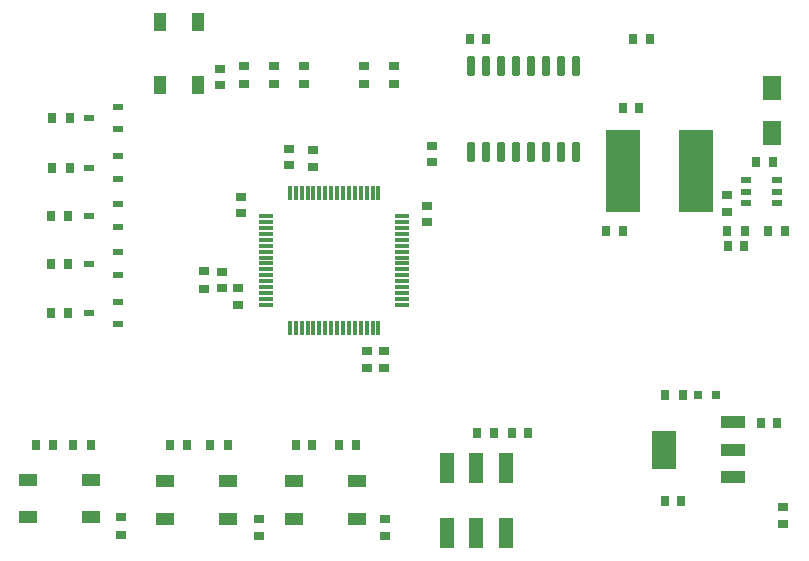
<source format=gtp>
G04*
G04 #@! TF.GenerationSoftware,Altium Limited,Altium Designer,19.1.7 (138)*
G04*
G04 Layer_Color=8421504*
%FSLAX25Y25*%
%MOIN*%
G70*
G01*
G75*
%ADD15R,0.02756X0.03543*%
%ADD16R,0.03150X0.03543*%
%ADD17R,0.04724X0.09843*%
%ADD18R,0.11811X0.27559*%
%ADD19R,0.03740X0.02165*%
%ADD20R,0.03543X0.02756*%
%ADD21R,0.03543X0.03150*%
G04:AMPARAMS|DCode=22|XSize=23.62mil|YSize=64.96mil|CornerRadius=2.01mil|HoleSize=0mil|Usage=FLASHONLY|Rotation=180.000|XOffset=0mil|YOffset=0mil|HoleType=Round|Shape=RoundedRectangle|*
%AMROUNDEDRECTD22*
21,1,0.02362,0.06095,0,0,180.0*
21,1,0.01961,0.06496,0,0,180.0*
1,1,0.00402,-0.00980,0.03047*
1,1,0.00402,0.00980,0.03047*
1,1,0.00402,0.00980,-0.03047*
1,1,0.00402,-0.00980,-0.03047*
%
%ADD22ROUNDEDRECTD22*%
%ADD23R,0.03150X0.03150*%
%ADD24R,0.08465X0.12795*%
%ADD25R,0.08465X0.03937*%
%ADD26R,0.06496X0.07874*%
%ADD27R,0.05906X0.03937*%
%ADD28R,0.03937X0.05906*%
%ADD29R,0.03740X0.02362*%
%ADD30R,0.01200X0.04700*%
%ADD31R,0.04700X0.01200*%
D15*
X529953Y201500D02*
D03*
X524047D02*
D03*
X626953Y269000D02*
D03*
X621047D02*
D03*
X613406Y269000D02*
D03*
X607500D02*
D03*
X395453Y197500D02*
D03*
X389547D02*
D03*
X441000Y197500D02*
D03*
X435094D02*
D03*
X581953Y333000D02*
D03*
X576047D02*
D03*
X586760Y214122D02*
D03*
X592665D02*
D03*
X478047Y197500D02*
D03*
X483953D02*
D03*
X382547Y306500D02*
D03*
X388453D02*
D03*
X382547Y290000D02*
D03*
X388453D02*
D03*
X382047Y274000D02*
D03*
X387953D02*
D03*
X382047Y258000D02*
D03*
X387953D02*
D03*
X382047Y241500D02*
D03*
X387953D02*
D03*
D16*
X535744Y201500D02*
D03*
X541256D02*
D03*
X567244Y269000D02*
D03*
X572756D02*
D03*
X607744Y264000D02*
D03*
X613256D02*
D03*
X622756Y292000D02*
D03*
X617244D02*
D03*
X382756Y197500D02*
D03*
X377244D02*
D03*
X469256D02*
D03*
X463744D02*
D03*
X427303Y197500D02*
D03*
X421791D02*
D03*
X572744Y310000D02*
D03*
X578256D02*
D03*
X521744Y333000D02*
D03*
X527256D02*
D03*
X592256Y179000D02*
D03*
X586744D02*
D03*
X624256Y205000D02*
D03*
X618744D02*
D03*
D17*
X523856Y189876D02*
D03*
X533699D02*
D03*
X514014D02*
D03*
Y168222D02*
D03*
X533699D02*
D03*
X523856D02*
D03*
D18*
X597205Y289000D02*
D03*
X572795D02*
D03*
D19*
X624217Y278260D02*
D03*
Y282000D02*
D03*
Y285740D02*
D03*
X613784D02*
D03*
Y282000D02*
D03*
Y278260D02*
D03*
D20*
X496500Y317774D02*
D03*
Y323679D02*
D03*
X486500Y317821D02*
D03*
Y323726D02*
D03*
X466500Y317774D02*
D03*
Y323679D02*
D03*
X456500Y317774D02*
D03*
Y323679D02*
D03*
X446500Y317774D02*
D03*
Y323679D02*
D03*
X493500Y167047D02*
D03*
Y172953D02*
D03*
X451500Y167047D02*
D03*
Y172953D02*
D03*
X405500Y167547D02*
D03*
Y173453D02*
D03*
X469500Y290047D02*
D03*
Y295953D02*
D03*
X444500Y249953D02*
D03*
Y244047D02*
D03*
X433000Y255453D02*
D03*
Y249547D02*
D03*
D21*
X507500Y271744D02*
D03*
Y277256D02*
D03*
X445500Y274744D02*
D03*
Y280256D02*
D03*
X509000Y291744D02*
D03*
Y297256D02*
D03*
X438500Y317488D02*
D03*
Y323000D02*
D03*
X439000Y249744D02*
D03*
Y255256D02*
D03*
X626000Y176756D02*
D03*
Y171244D02*
D03*
X461500Y290744D02*
D03*
Y296256D02*
D03*
X487500Y228756D02*
D03*
Y223244D02*
D03*
X493000Y228756D02*
D03*
Y223244D02*
D03*
X607500Y280756D02*
D03*
Y275244D02*
D03*
D22*
X557000Y323772D02*
D03*
X552000D02*
D03*
X547000D02*
D03*
X542000D02*
D03*
X537000D02*
D03*
X532000D02*
D03*
X527000D02*
D03*
X522000D02*
D03*
X557000Y295228D02*
D03*
X552000D02*
D03*
X547000D02*
D03*
X542000D02*
D03*
X537000D02*
D03*
X532000D02*
D03*
X527000D02*
D03*
X522000D02*
D03*
D23*
X603666Y214122D02*
D03*
X597760D02*
D03*
D24*
X586484Y196000D02*
D03*
D25*
X609516Y205055D02*
D03*
Y196000D02*
D03*
Y186945D02*
D03*
D26*
X622500Y301520D02*
D03*
Y316480D02*
D03*
D27*
X374500Y186000D02*
D03*
X395500D02*
D03*
Y173500D02*
D03*
X374500D02*
D03*
X420047Y173000D02*
D03*
X441047D02*
D03*
Y185500D02*
D03*
X420047D02*
D03*
X463000Y173000D02*
D03*
X484000D02*
D03*
Y185500D02*
D03*
X463000D02*
D03*
D28*
X418500Y317500D02*
D03*
Y338500D02*
D03*
X431000D02*
D03*
Y317500D02*
D03*
D29*
X394677Y306500D02*
D03*
X404323Y310240D02*
D03*
Y302760D02*
D03*
X394677Y290000D02*
D03*
X404323Y293740D02*
D03*
Y286260D02*
D03*
X394677Y274000D02*
D03*
X404323Y277740D02*
D03*
Y270260D02*
D03*
X394677Y258000D02*
D03*
X404323Y261740D02*
D03*
Y254260D02*
D03*
X394677Y241500D02*
D03*
X404323Y245240D02*
D03*
Y237760D02*
D03*
D30*
X461736Y281638D02*
D03*
X463705D02*
D03*
X465673D02*
D03*
X467642D02*
D03*
X469610D02*
D03*
X471579D02*
D03*
X473547D02*
D03*
X475516D02*
D03*
X477484D02*
D03*
X479453D02*
D03*
X481421D02*
D03*
X483390D02*
D03*
X485358D02*
D03*
X487327D02*
D03*
X489295D02*
D03*
X491264D02*
D03*
Y236362D02*
D03*
X489295D02*
D03*
X487327D02*
D03*
X485358D02*
D03*
X483390D02*
D03*
X481421D02*
D03*
X479453D02*
D03*
X477484D02*
D03*
X475516D02*
D03*
X473547D02*
D03*
X471579D02*
D03*
X469610D02*
D03*
X467642D02*
D03*
X465673D02*
D03*
X463705D02*
D03*
X461736D02*
D03*
D31*
X499138Y273764D02*
D03*
Y271795D02*
D03*
Y269827D02*
D03*
Y267858D02*
D03*
Y265890D02*
D03*
Y263921D02*
D03*
Y261953D02*
D03*
Y259984D02*
D03*
Y258016D02*
D03*
Y256047D02*
D03*
Y254079D02*
D03*
Y252110D02*
D03*
Y250142D02*
D03*
Y248173D02*
D03*
Y246205D02*
D03*
Y244236D02*
D03*
X453862D02*
D03*
Y246205D02*
D03*
Y248173D02*
D03*
Y250142D02*
D03*
Y252110D02*
D03*
Y254079D02*
D03*
Y256047D02*
D03*
Y258016D02*
D03*
Y259984D02*
D03*
Y261953D02*
D03*
Y263921D02*
D03*
Y265890D02*
D03*
Y267858D02*
D03*
Y269827D02*
D03*
Y271795D02*
D03*
Y273764D02*
D03*
M02*

</source>
